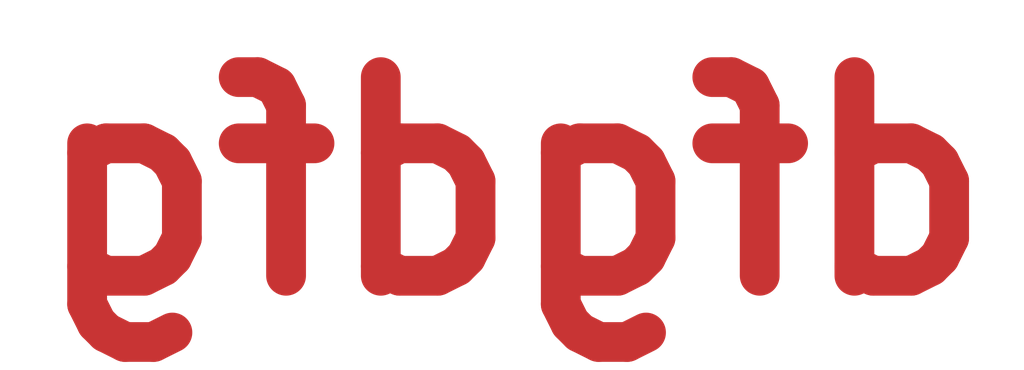
<source format=kicad_pcb>
(kicad_pcb (version 20170123) (host pcbnew "(2017-03-28 revision 94005433b)-dev")

  (general
    (links 0)
    (no_connects 0)
    (area 157.568572 81.395 165.011429 83.945)
    (thickness 1.6)
    (drawings 1)
    (tracks 0)
    (zones 0)
    (modules 0)
    (nets 1)
  )

  (page A4)
  (layers
    (0 F.Cu signal)
    (31 B.Cu signal)
    (32 B.Adhes user)
    (33 F.Adhes user)
    (34 B.Paste user)
    (35 F.Paste user)
    (36 B.SilkS user)
    (37 F.SilkS user)
    (38 B.Mask user)
    (39 F.Mask user)
    (40 Dwgs.User user)
    (41 Cmts.User user)
    (42 Eco1.User user)
    (43 Eco2.User user)
    (44 Edge.Cuts user)
    (45 Margin user)
    (46 B.CrtYd user)
    (47 F.CrtYd user)
    (48 B.Fab user)
    (49 F.Fab user)
  )

  (setup
    (last_trace_width 0.25)
    (trace_clearance 0.2)
    (zone_clearance 0.508)
    (zone_45_only no)
    (trace_min 0.2)
    (segment_width 0.2)
    (edge_width 0.15)
    (via_size 0.8)
    (via_drill 0.4)
    (via_min_size 0.4)
    (via_min_drill 0.3)
    (uvia_size 0.3)
    (uvia_drill 0.1)
    (uvias_allowed no)
    (uvia_min_size 0.2)
    (uvia_min_drill 0.1)
    (pcb_text_width 0.3)
    (pcb_text_size 1.5 1.5)
    (mod_edge_width 0.15)
    (mod_text_size 1 1)
    (mod_text_width 0.15)
    (pad_size 1.524 1.524)
    (pad_drill 0.762)
    (pad_to_mask_clearance 0.2)
    (aux_axis_origin 0 0)
    (visible_elements FFFFFF7F)
    (pcbplotparams
      (layerselection 0x00030_ffffffff)
      (usegerberextensions false)
      (excludeedgelayer true)
      (linewidth 0.150000)
      (plotframeref false)
      (viasonmask false)
      (mode 1)
      (useauxorigin false)
      (hpglpennumber 1)
      (hpglpenspeed 20)
      (hpglpendiameter 15)
      (psnegative false)
      (psa4output false)
      (plotreference true)
      (plotvalue true)
      (plotinvisibletext false)
      (padsonsilk false)
      (subtractmaskfromsilk false)
      (outputformat 1)
      (mirror false)
      (drillshape 1)
      (scaleselection 1)
      (outputdirectory ""))
  )

  (net 0 "")

  (net_class Default "This is the default net class."
    (clearance 0.2)
    (trace_width 0.25)
    (via_dia 0.8)
    (via_drill 0.4)
    (uvia_dia 0.3)
    (uvia_drill 0.1)
  )

  (gr_text dfgdfg (at 161.29 82.55) (layer F.Cu)
    (effects (font (size 1.5 1.5) (thickness 0.3)) (justify mirror))
  )

)

</source>
